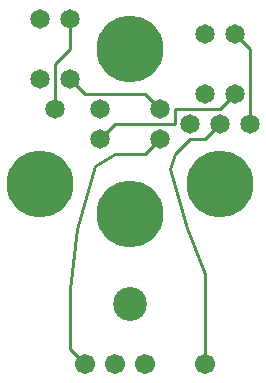
<source format=gtl>
%MOIN*%
%FSLAX25Y25*%
G04 D10 used for Character Trace; *
G04     Circle (OD=.01000) (No hole)*
G04 D11 used for Power Trace; *
G04     Circle (OD=.06700) (No hole)*
G04 D12 used for Signal Trace; *
G04     Circle (OD=.01100) (No hole)*
G04 D13 used for Via; *
G04     Circle (OD=.05800) (Round. Hole ID=.02800)*
G04 D14 used for Component hole; *
G04     Circle (OD=.06500) (Round. Hole ID=.03500)*
G04 D15 used for Component hole; *
G04     Circle (OD=.06700) (Round. Hole ID=.04300)*
G04 D16 used for Component hole; *
G04     Circle (OD=.08100) (Round. Hole ID=.05100)*
G04 D17 used for Component hole; *
G04     Circle (OD=.08900) (Round. Hole ID=.05900)*
G04 D18 used for Component hole; *
G04     Circle (OD=.11300) (Round. Hole ID=.08300)*
G04 D19 used for Component hole; *
G04     Circle (OD=.16000) (Round. Hole ID=.13000)*
G04 D20 used for Component hole; *
G04     Circle (OD=.18300) (Round. Hole ID=.15300)*
G04 D21 used for Component hole; *
G04     Circle (OD=.22291) (Round. Hole ID=.19291)*
%ADD10C,.01000*%
%ADD11C,.06700*%
%ADD12C,.01100*%
%ADD13C,.05800*%
%ADD14C,.06500*%
%ADD15C,.06700*%
%ADD16C,.08100*%
%ADD17C,.08900*%
%ADD18C,.11300*%
%ADD19C,.16000*%
%ADD20C,.18300*%
%ADD21C,.22291*%
%IPPOS*%
%LPD*%
G90*X0Y0D02*D12*X30000Y20000D02*X25000Y25000D01*  
D15*X30000Y20000D03*D12*X25000Y25000D02*Y45000D01*
D18*X45000Y40000D03*D15*X50000Y20000D03*D21*      
X45000Y70000D03*D15*X40000Y20000D03*D21*          
X15000Y80000D03*D12*X60000Y90000D02*              
X65000Y95000D01*X70000D01*X75000Y100000D01*D14*   
D03*D12*X60000Y105000D02*X75000D01*               
X60000Y100000D02*Y105000D01*X40000Y100000D02*     
X60000D01*X35000Y95000D02*X40000Y100000D01*D14*   
X35000Y95000D03*D12*X40000Y90000D02*X50000D01*    
X55000Y95000D01*D14*D03*Y105000D03*D12*           
X50000Y110000D01*X30000D01*X25000Y115000D01*D14*  
D03*D12*X20000Y105000D02*Y120000D01*D14*          
Y105000D03*X15000Y115000D03*X35000Y105000D03*D12* 
X20000Y120000D02*X25000Y125000D01*Y135000D01*D14* 
D03*X15000D03*D21*X45000Y125000D03*D14*           
X65000Y100000D03*X70000Y110000D03*Y130000D03*D12* 
X75000Y105000D02*X80000Y110000D01*D14*D03*        
X85000Y100000D03*D12*Y125000D01*X80000Y130000D01* 
D14*D03*D21*X75000Y80000D03*D12*X70000Y20000D02*  
Y50000D01*D15*Y20000D03*D10*X27466Y64800D02*      
X33533Y86000D01*X25000Y45000D02*X27466Y64800D01*  
X40000Y90000D02*X33533Y86000D01*X58316Y84933D02*  
X63983Y65266D01*X60000Y90000D02*X58316Y84933D01*  
X70000Y50000D02*X63983Y65266D01*M02*              

</source>
